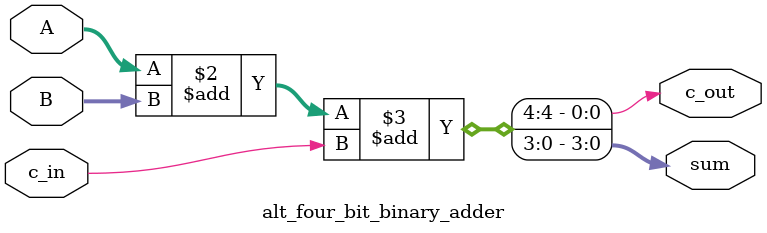
<source format=v>
module four_bit_binary_adder
(
	A,
	B,
	sum,
	c_out
);

	input [3:0] A;
	input [3:0] B;
	output [3:0] sum;
	output c_out;

	wire [3:0] c;

	genvar i;
	generate
	for(i=0; i<4; i=i+1)
	begin: generate_4_bit_adder
		if(i == 0)
			half_adder f(.x(A[0]), .y(B[0]), .sum(sum[0]), .carry(c[0]));
		else
			full_adder f(.x(A[i]), .y(B[i]), .c_in(c[i-1]), .sum(sum[i]), .c_out(c[i]));
	end
	assign c_out = c[3];
	endgenerate
endmodule

module alt_four_bit_binary_adder
(
	A,
	B,
	c_in,
	sum,
	c_out
);

	input [3:0] A;
	input [3:0] B;
	input c_in;
	output reg [3:0] sum;
	output reg c_out;

	always @(A or B or c_in)
	begin
		{c_out,sum} = A + B + c_in;
	end
endmodule

</source>
